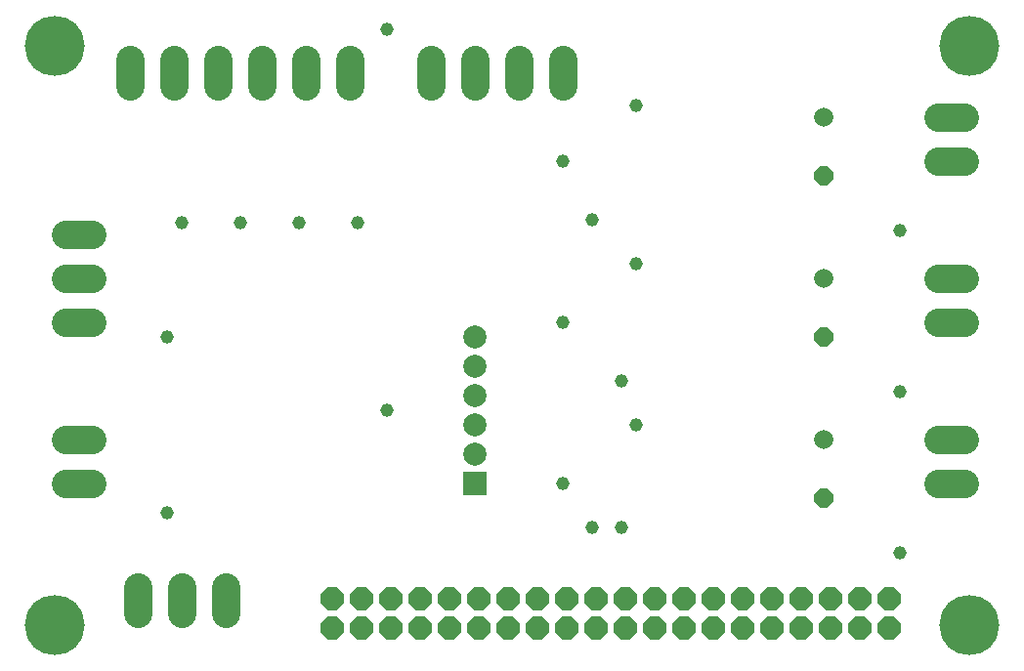
<source format=gbs>
G04 EAGLE Gerber RS-274X export*
G75*
%MOMM*%
%FSLAX34Y34*%
%LPD*%
%INBottom Solder Mask*%
%IPPOS*%
%AMOC8*
5,1,8,0,0,1.08239X$1,22.5*%
G01*
%ADD10C,5.203200*%
%ADD11P,2.199416X8X202.500000*%
%ADD12C,2.489200*%
%ADD13R,2.003200X2.003200*%
%ADD14C,2.003200*%
%ADD15P,1.803519X8X292.500000*%
%ADD16C,1.666238*%
%ADD17C,1.155600*%


D10*
X29464Y531622D03*
X29591Y29591D03*
X822452Y29337D03*
X822071Y531622D03*
D11*
X752560Y52268D03*
X752560Y26868D03*
X727160Y52268D03*
X727160Y26868D03*
X701760Y52268D03*
X701760Y26868D03*
X676360Y52268D03*
X676360Y26868D03*
X650960Y52268D03*
X650960Y26868D03*
X625560Y52268D03*
X625560Y26868D03*
X600160Y52268D03*
X600160Y26868D03*
X574760Y52268D03*
X574760Y26868D03*
X549360Y52268D03*
X549360Y26868D03*
X523960Y52268D03*
X523960Y26868D03*
X498560Y52268D03*
X498560Y26868D03*
X473160Y52268D03*
X473160Y26868D03*
X447760Y52268D03*
X447760Y26868D03*
X422360Y52268D03*
X422360Y26868D03*
X396960Y52268D03*
X396960Y26868D03*
X371560Y52268D03*
X371560Y26868D03*
X346160Y52268D03*
X346160Y26868D03*
X320760Y52268D03*
X320760Y26868D03*
X295360Y52268D03*
X295360Y26868D03*
X269960Y52268D03*
X269960Y26868D03*
D12*
X795020Y190500D02*
X817880Y190500D01*
X817880Y152400D02*
X795020Y152400D01*
X795020Y330200D02*
X817880Y330200D01*
X817880Y292100D02*
X795020Y292100D01*
X795020Y469900D02*
X817880Y469900D01*
X817880Y431800D02*
X795020Y431800D01*
X95250Y496570D02*
X95250Y519430D01*
X133350Y519430D02*
X133350Y496570D01*
X171450Y496570D02*
X171450Y519430D01*
X209550Y519430D02*
X209550Y496570D01*
X247650Y496570D02*
X247650Y519430D01*
X285750Y519430D02*
X285750Y496570D01*
X62230Y292100D02*
X39370Y292100D01*
X39370Y330200D02*
X62230Y330200D01*
X62230Y368300D02*
X39370Y368300D01*
X355722Y496570D02*
X355722Y519430D01*
X393822Y519430D02*
X393822Y496570D01*
X431922Y496570D02*
X431922Y519430D01*
X470022Y519430D02*
X470022Y496570D01*
X177800Y62230D02*
X177800Y39370D01*
X139700Y39370D02*
X139700Y62230D01*
X101600Y62230D02*
X101600Y39370D01*
X62230Y152400D02*
X39370Y152400D01*
X39370Y190500D02*
X62230Y190500D01*
D13*
X393700Y152400D03*
D14*
X393700Y177800D03*
X393700Y203200D03*
X393700Y228600D03*
X393700Y254000D03*
X393700Y279400D03*
D15*
X695960Y419100D03*
D16*
X695960Y469900D03*
D15*
X695960Y139700D03*
D16*
X695960Y190500D03*
D15*
X695960Y279400D03*
D16*
X695960Y330200D03*
D17*
X762000Y92075D03*
X762000Y231902D03*
X762000Y371602D03*
X317500Y546100D03*
X317500Y215900D03*
X292100Y378460D03*
X241300Y378460D03*
X190500Y378460D03*
X139700Y378460D03*
X533400Y480060D03*
X533400Y342900D03*
X533400Y203200D03*
X127000Y127000D03*
X127000Y279400D03*
X469900Y431800D03*
X469900Y292100D03*
X469900Y152400D03*
X520700Y114300D03*
X520700Y241300D03*
X495300Y114300D03*
X495300Y381000D03*
M02*

</source>
